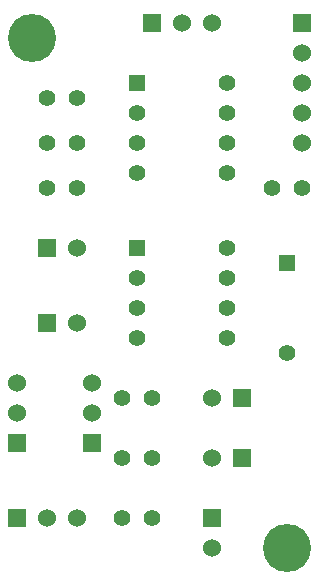
<source format=gbs>
G04 (created by PCBNEW (2013-07-07 BZR 4022)-stable) date 5/14/2015 8:52:31 PM*
%MOIN*%
G04 Gerber Fmt 3.4, Leading zero omitted, Abs format*
%FSLAX34Y34*%
G01*
G70*
G90*
G04 APERTURE LIST*
%ADD10C,0.00590551*%
%ADD11C,0.055*%
%ADD12R,0.06X0.06*%
%ADD13C,0.06*%
%ADD14R,0.055X0.055*%
%ADD15C,0.16*%
G04 APERTURE END LIST*
G54D10*
G54D11*
X71500Y-46500D03*
X70500Y-46500D03*
X69000Y-38000D03*
X68000Y-38000D03*
X69000Y-36500D03*
X68000Y-36500D03*
X75500Y-39500D03*
X76500Y-39500D03*
X69000Y-39500D03*
X68000Y-39500D03*
X71500Y-48500D03*
X70500Y-48500D03*
X71500Y-50500D03*
X70500Y-50500D03*
G54D12*
X76500Y-34000D03*
G54D13*
X76500Y-35000D03*
X76500Y-36000D03*
X76500Y-37000D03*
X76500Y-38000D03*
G54D12*
X67000Y-48000D03*
G54D13*
X67000Y-47000D03*
X67000Y-46000D03*
G54D12*
X69500Y-48000D03*
G54D13*
X69500Y-47000D03*
X69500Y-46000D03*
G54D12*
X67000Y-50500D03*
G54D13*
X68000Y-50500D03*
X69000Y-50500D03*
G54D12*
X74500Y-46500D03*
G54D13*
X73500Y-46500D03*
G54D12*
X74500Y-48500D03*
G54D13*
X73500Y-48500D03*
G54D12*
X73500Y-50500D03*
G54D13*
X73500Y-51500D03*
G54D12*
X68000Y-41500D03*
G54D13*
X69000Y-41500D03*
G54D12*
X68000Y-44000D03*
G54D13*
X69000Y-44000D03*
G54D14*
X71000Y-41500D03*
G54D11*
X71000Y-42500D03*
X71000Y-43500D03*
X71000Y-44500D03*
X74000Y-44500D03*
X74000Y-43500D03*
X74000Y-42500D03*
X74000Y-41500D03*
G54D14*
X71000Y-36000D03*
G54D11*
X71000Y-37000D03*
X71000Y-38000D03*
X71000Y-39000D03*
X74000Y-39000D03*
X74000Y-38000D03*
X74000Y-37000D03*
X74000Y-36000D03*
G54D14*
X76000Y-42000D03*
G54D11*
X76000Y-45000D03*
G54D15*
X67500Y-34500D03*
X76000Y-51500D03*
G54D12*
X71500Y-34000D03*
G54D13*
X72500Y-34000D03*
X73500Y-34000D03*
M02*

</source>
